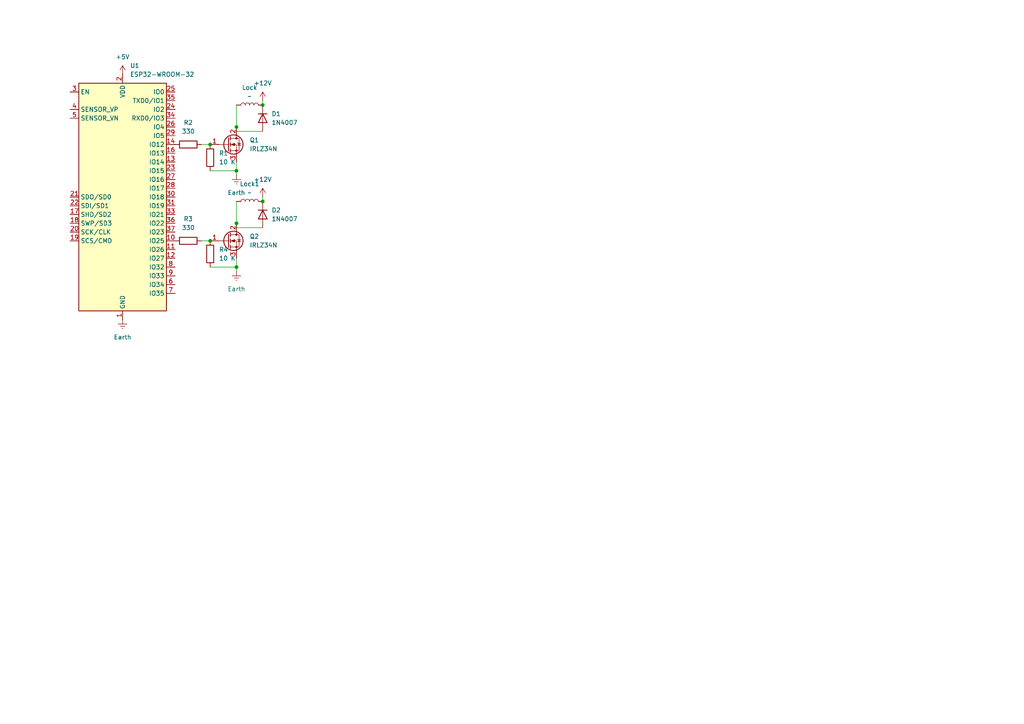
<source format=kicad_sch>
(kicad_sch (version 20250114) (generator "eeschema") (generator_version "9.0")
  (paper "A4")
  (lib_symbols
    (symbol "Device:L" (pin_numbers (hide yes)) (pin_names (offset 1.016) (hide yes))
      (property "Reference" "L" (at -1.27 0 90))
      (property "Value" "L" (at 1.905 0 90))
      (symbol "L_0_1"
        (arc (start 0 2.54) (mid 0.6323 1.905) (end 0 1.27))
        (arc (start 0 1.27) (mid 0.6323 0.635) (end 0 0))
        (arc (start 0 0) (mid 0.6323 -0.635) (end 0 -1.27))
        (arc (start 0 -1.27) (mid 0.6323 -1.905) (end 0 -2.54))
      )
      (symbol "L_1_1"
        (pin passive line (at 0 3.81 270) (length 1.27) (name "1") (number "1"))
        (pin passive line (at 0 -3.81 90) (length 1.27) (name "2") (number "2"))
      )
    )
    (symbol "Device:R" (pin_numbers (hide yes)) (pin_names (offset 0))
      (property "Reference" "R1" (at 2.54 1.2701 0))
      (property "Value" "10 K" (at 2.54 -1.2699 0))
      (symbol "R_0_1"
        (rectangle (start -1.016 -2.54) (end 1.016 2.54) (stroke (width 0.254)))
      )
      (symbol "R_1_1"
        (pin passive line (at 0 3.81 270) (length 1.27) (name "~") (number "1"))
        (pin passive line (at 0 -3.81 90) (length 1.27) (name "~") (number "2"))
      )
    )
    (symbol "Diode:1N4007" (pin_numbers (hide yes)) (pin_names (hide yes))
      (property "Reference" "D" (at 0 2.54 0))
      (property "Value" "1N4007" (at 0 -2.54 0))
      (symbol "1N4007_0_1"
        (polyline (pts (xy -1.27 1.27) (xy -1.27 -1.27)) (stroke (width 0.254)))
        (polyline (pts (xy 1.27 1.27) (xy 1.27 -1.27) (xy -1.27 0) (xy 1.27 1.27)) (stroke (width 0.254)))
        (polyline (pts (xy 1.27 0) (xy -1.27 0)))
      )
      (symbol "1N4007_1_1"
        (pin passive line (at -3.81 0 0) (length 2.54) (name "K") (number "1"))
        (pin passive line (at 3.81 0 180) (length 2.54) (name "A") (number "2"))
      )
    )
    (symbol "RF_Module:ESP32-WROOM-32"
      (property "Reference" "U" (at -12.7 34.29 0))
      (property "Value" "ESP32-WROOM-32" (at 1.27 34.29 0))
      (symbol "ESP32-WROOM-32_0_1"
        (rectangle (start -12.7 33.02) (end 12.7 -33.02) (stroke (width 0.254)) (fill (type background)))
      )
      (symbol "ESP32-WROOM-32_1_1"
        (pin input line (at -15.24 30.48 0) (length 2.54) (name "EN") (number "3"))
        (pin input line (at -15.24 25.4 0) (length 2.54) (name "SENSOR_VP") (number "4"))
        (pin input line (at -15.24 22.86 0) (length 2.54) (name "SENSOR_VN") (number "5"))
        (pin bidirectional line (at -15.24 0 0) (length 2.54) (name "SDO/SD0") (number "21"))
        (pin bidirectional line (at -15.24 -2.54 0) (length 2.54) (name "SDI/SD1") (number "22"))
        (pin bidirectional line (at -15.24 -5.08 0) (length 2.54) (name "SHD/SD2") (number "17"))
        (pin bidirectional line (at -15.24 -7.62 0) (length 2.54) (name "SWP/SD3") (number "18"))
        (pin bidirectional line (at -15.24 -10.16 0) (length 2.54) (name "SCK/CLK") (number "20"))
        (pin bidirectional line (at -15.24 -12.7 0) (length 2.54) (name "SCS/CMD") (number "19"))
        (pin no_connect line (at -12.7 -27.94 0) (length 2.54) (hide yes) (name "NC") (number "32"))
        (pin power_in line (at 0 35.56 270) (length 2.54) (name "VDD") (number "2"))
        (pin power_in line (at 0 -35.56 90) (length 2.54) (name "GND") (number "1"))
        (pin passive line (at 0 -35.56 90) (length 2.54) (hide yes) (name "GND") (number "15"))
        (pin passive line (at 0 -35.56 90) (length 2.54) (hide yes) (name "GND") (number "38"))
        (pin passive line (at 0 -35.56 90) (length 2.54) (hide yes) (name "GND") (number "39"))
        (pin bidirectional line (at 15.24 30.48 180) (length 2.54) (name "IO0") (number "25"))
        (pin bidirectional line (at 15.24 27.94 180) (length 2.54) (name "TXD0/IO1") (number "35"))
        (pin bidirectional line (at 15.24 25.4 180) (length 2.54) (name "IO2") (number "24"))
        (pin bidirectional line (at 15.24 22.86 180) (length 2.54) (name "RXD0/IO3") (number "34"))
        (pin bidirectional line (at 15.24 20.32 180) (length 2.54) (name "IO4") (number "26"))
        (pin bidirectional line (at 15.24 17.78 180) (length 2.54) (name "IO5") (number "29"))
        (pin bidirectional line (at 15.24 15.24 180) (length 2.54) (name "IO12") (number "14"))
        (pin bidirectional line (at 15.24 12.7 180) (length 2.54) (name "IO13") (number "16"))
        (pin bidirectional line (at 15.24 10.16 180) (length 2.54) (name "IO14") (number "13"))
        (pin bidirectional line (at 15.24 7.62 180) (length 2.54) (name "IO15") (number "23"))
        (pin bidirectional line (at 15.24 5.08 180) (length 2.54) (name "IO16") (number "27"))
        (pin bidirectional line (at 15.24 2.54 180) (length 2.54) (name "IO17") (number "28"))
        (pin bidirectional line (at 15.24 0 180) (length 2.54) (name "IO18") (number "30"))
        (pin bidirectional line (at 15.24 -2.54 180) (length 2.54) (name "IO19") (number "31"))
        (pin bidirectional line (at 15.24 -5.08 180) (length 2.54) (name "IO21") (number "33"))
        (pin bidirectional line (at 15.24 -7.62 180) (length 2.54) (name "IO22") (number "36"))
        (pin bidirectional line (at 15.24 -10.16 180) (length 2.54) (name "IO23") (number "37"))
        (pin bidirectional line (at 15.24 -12.7 180) (length 2.54) (name "IO25") (number "10"))
        (pin bidirectional line (at 15.24 -15.24 180) (length 2.54) (name "IO26") (number "11"))
        (pin bidirectional line (at 15.24 -17.78 180) (length 2.54) (name "IO27") (number "12"))
        (pin bidirectional line (at 15.24 -20.32 180) (length 2.54) (name "IO32") (number "8"))
        (pin bidirectional line (at 15.24 -22.86 180) (length 2.54) (name "IO33") (number "9"))
        (pin input line (at 15.24 -25.4 180) (length 2.54) (name "IO34") (number "6"))
        (pin input line (at 15.24 -27.94 180) (length 2.54) (name "IO35") (number "7"))
      )
    )
    (symbol "R_1" (pin_numbers (hide yes)) (pin_names (offset 0))
      (property "Reference" "R2" (at 6.35 0 90))
      (property "Value" "330" (at 3.81 0 90))
      (symbol "R_1_0_1"
        (rectangle (start -1.016 -2.54) (end 1.016 2.54) (stroke (width 0.254)))
      )
      (symbol "R_1_1_1"
        (pin passive line (at 0 3.81 270) (length 1.27) (name "~") (number "1"))
        (pin passive line (at 0 -3.81 90) (length 1.27) (name "~") (number "2"))
      )
    )
    (symbol "Transistor_FET:IRLZ34N" (pin_names (hide yes))
      (property "Reference" "Q" (at 5.08 1.905 0))
      (property "Value" "IRLZ34N" (at 5.08 0 0))
      (symbol "IRLZ34N_0_1"
        (polyline (pts (xy 0.254 1.905) (xy 0.254 -1.905)) (stroke (width 0.254)))
        (polyline (pts (xy 0.254 0) (xy -2.54 0)))
        (polyline (pts (xy 0.762 2.286) (xy 0.762 1.27)) (stroke (width 0.254)))
        (polyline (pts (xy 0.762 0.508) (xy 0.762 -0.508)) (stroke (width 0.254)))
        (polyline (pts (xy 0.762 -1.27) (xy 0.762 -2.286)) (stroke (width 0.254)))
        (polyline (pts (xy 0.762 -1.778) (xy 3.302 -1.778) (xy 3.302 1.778) (xy 0.762 1.778)))
        (polyline (pts (xy 1.016 0) (xy 2.032 0.381) (xy 2.032 -0.381) (xy 1.016 0)) (fill (type outline)))
        (circle (center 1.651 0) (radius 2.794) (stroke (width 0.254)))
        (polyline (pts (xy 2.54 2.54) (xy 2.54 1.778)))
        (circle (center 2.54 1.778) (radius 0.254) (fill (type outline)))
        (circle (center 2.54 -1.778) (radius 0.254) (fill (type outline)))
        (polyline (pts (xy 2.54 -2.54) (xy 2.54 0) (xy 0.762 0)))
        (polyline (pts (xy 2.794 0.508) (xy 2.921 0.381) (xy 3.683 0.381) (xy 3.81 0.254)))
        (polyline (pts (xy 3.302 0.381) (xy 2.921 -0.254) (xy 3.683 -0.254) (xy 3.302 0.381)))
      )
      (symbol "IRLZ34N_1_1"
        (pin input line (at -5.08 0 0) (length 2.54) (name "G") (number "1"))
        (pin passive line (at 2.54 5.08 270) (length 2.54) (name "D") (number "2"))
        (pin passive line (at 2.54 -5.08 90) (length 2.54) (name "S") (number "3"))
      )
    )
    (symbol "power:+12V" (power) (pin_numbers (hide yes)) (pin_names (offset 0) (hide yes))
      (property "Value" "+12V" (at 0 3.556 0))
      (symbol "+12V_0_1"
        (polyline (pts (xy -0.762 1.27) (xy 0 2.54)))
        (polyline (pts (xy 0 2.54) (xy 0.762 1.27)))
        (polyline (pts (xy 0 0) (xy 0 2.54)))
      )
      (symbol "+12V_1_1"
        (pin power_in line (at 0 0 90) (length 0) (name "~") (number "1"))
      )
    )
    (symbol "power:Earth" (power) (pin_numbers (hide yes)) (pin_names (offset 0) (hide yes))
      (property "Value" "Earth" (at 0 -3.81 0))
      (symbol "Earth_0_1"
        (polyline (pts (xy -0.635 -1.905) (xy 0.635 -1.905)))
        (polyline (pts (xy -0.127 -2.54) (xy 0.127 -2.54)))
        (polyline (pts (xy 0 -1.27) (xy 0 0)))
        (polyline (pts (xy 1.27 -1.27) (xy -1.27 -1.27)))
      )
      (symbol "Earth_1_1"
        (pin power_in line (at 0 0 270) (length 0) (name "~") (number "1"))
      )
    )
  )
  (junction (at 60.96 69.85))
  (junction (at 68.58 77.47))
  (junction (at 68.58 64.77))
  (junction (at 60.96 41.91))
  (junction (at 76.2 58.42))
  (junction (at 76.2 30.48))
  (junction (at 68.58 36.83))
  (junction (at 68.58 49.53))
  (wire (pts (xy 60.96 77.47) (xy 68.58 77.47)))
  (wire (pts (xy 68.58 36.83) (xy 68.58 30.48)))
  (wire (pts (xy 60.96 49.53) (xy 68.58 49.53)))
  (wire (pts (xy 76.2 57.15) (xy 76.2 58.42)))
  (wire (pts (xy 68.58 46.99) (xy 68.58 49.53)))
  (wire (pts (xy 68.58 38.1) (xy 68.58 36.83)))
  (wire (pts (xy 58.42 69.85) (xy 60.96 69.85)))
  (wire (pts (xy 58.42 41.91) (xy 60.96 41.91)))
  (wire (pts (xy 68.58 74.93) (xy 68.58 77.47)))
  (wire (pts (xy 68.58 77.47) (xy 68.58 78.74)))
  (wire (pts (xy 68.58 64.77) (xy 68.58 58.42)))
  (wire (pts (xy 68.58 66.04) (xy 68.58 64.77)))
  (wire (pts (xy 68.58 66.04) (xy 76.2 66.04)))
  (wire (pts (xy 68.58 38.1) (xy 76.2 38.1)))
  (wire (pts (xy 76.2 29.21) (xy 76.2 30.48)))
  (wire (pts (xy 68.58 49.53) (xy 68.58 50.8)))
  (symbol (lib_id "power:+12V") (at 76.2 29.21 0) (unit 1)
    (property "Reference" "#PWR02" (effects (hide yes)))
    (property "Value" "+12V" (at 76.2 24.13 0))
    (property "Description" "Power symbol creates a global label with name \"+12V\"" (effects (hide yes)))
  )
  (symbol (lib_id "Transistor_FET:IRLZ34N") (at 66.04 69.85 0) (unit 1)
    (property "Reference" "Q2" (at 72.39 68.5799 0) (effects (justify left)))
    (property "Value" "IRLZ34N" (at 72.39 71.1199 0) (effects (justify left)))
    (property "Footprint" "Package_TO_SOT_THT:TO-220-3_Vertical" (effects (hide yes)))
    (property "Datasheet" "http://www.infineon.com/dgdl/irlz34npbf.pdf?fileId=5546d462533600a40153567206892720" (effects (hide yes)))
    (property "Description" "30A Id, 55V Vds, 35mOhm Rds, N-Channel HEXFET Power MOSFET, TO-220AB" (effects (hide yes)))
  )
  (symbol (lib_id "Device:L") (at 72.39 58.42 90) (unit 1)
    (property "Reference" "Lock1" (at 72.39 53.34 90))
    (property "Value" "~" (at 72.39 55.88 90))
    (property "Description" "Inductor" (effects (hide yes)))
  )
  (symbol (lib_id "power:Earth") (at 68.58 78.74 0) (unit 1)
    (property "Reference" "#PWR03" (effects (hide yes)))
    (property "Value" "Earth" (at 68.58 83.82 0))
    (property "Description" "Power symbol creates a global label with name \"Earth\"" (effects (hide yes)))
  )
  (symbol (lib_id "Device:R") (at 60.96 73.66 0) (unit 1)
    (property "Reference" "R4" (at 63.5 72.3899 0) (effects (justify left)))
    (property "Value" "10 K" (at 63.5 74.9299 0) (effects (justify left)))
    (property "Description" "Resistor" (effects (hide yes)))
  )
  (symbol (lib_id "Diode:1N4007") (at 76.2 62.23 270) (unit 1)
    (property "Reference" "D2" (at 78.74 60.9599 90) (effects (justify left)))
    (property "Value" "1N4007" (at 78.74 63.4999 90) (effects (justify left)))
    (property "Footprint" "Diode_THT:D_DO-41_SOD81_P10.16mm_Horizontal" (effects (hide yes)))
    (property "Datasheet" "http://www.vishay.com/docs/88503/1n4001.pdf" (effects (hide yes)))
    (property "Description" "1000V 1A General Purpose Rectifier Diode, DO-41" (effects (hide yes)))
    (property "Sim.Device" "D" (effects (hide yes)))
    (property "Sim.Pins" "1=K 2=A" (effects (hide yes)))
  )
  (symbol (lib_id "power:Earth") (at 68.58 50.8 0) (unit 1)
    (property "Reference" "#PWR01" (effects (hide yes)))
    (property "Value" "Earth" (at 68.58 55.88 0))
    (property "Description" "Power symbol creates a global label with name \"Earth\"" (effects (hide yes)))
  )
  (symbol (lib_id "power:+12V") (at 76.2 57.15 0) (unit 1)
    (property "Reference" "#PWR06" (effects (hide yes)))
    (property "Value" "+12V" (at 76.2 52.07 0))
    (property "Description" "Power symbol creates a global label with name \"+12V\"" (effects (hide yes)))
  )
  (symbol (lib_name "R_1") (lib_id "Device:R") (at 54.61 41.91 90) (unit 1)
    (property "Reference" "R2" (at 54.61 35.56 90))
    (property "Value" "330" (at 54.61 38.1 90))
    (property "Description" "Resistor" (effects (hide yes)))
  )
  (symbol (lib_id "Transistor_FET:IRLZ34N") (at 66.04 41.91 0) (unit 1)
    (property "Reference" "Q1" (at 72.39 40.6399 0) (effects (justify left)))
    (property "Value" "IRLZ34N" (at 72.39 43.1799 0) (effects (justify left)))
    (property "Footprint" "Package_TO_SOT_THT:TO-220-3_Vertical" (effects (hide yes)))
    (property "Datasheet" "http://www.infineon.com/dgdl/irlz34npbf.pdf?fileId=5546d462533600a40153567206892720" (effects (hide yes)))
    (property "Description" "30A Id, 55V Vds, 35mOhm Rds, N-Channel HEXFET Power MOSFET, TO-220AB" (effects (hide yes)))
  )
  (symbol (lib_id "Device:L") (at 72.39 30.48 90) (unit 1)
    (property "Reference" "Lock" (at 72.39 25.4 90))
    (property "Value" "~" (at 72.39 27.94 90))
    (property "Description" "Inductor" (effects (hide yes)))
  )
  (symbol (lib_id "Device:R") (at 60.96 45.72 0) (unit 1)
    (property "Reference" "R1" (at 63.5 44.4499 0) (effects (justify left)))
    (property "Value" "10 K" (at 63.5 46.9899 0) (effects (justify left)))
    (property "Description" "Resistor" (effects (hide yes)))
  )
  (symbol (lib_name "R_1") (lib_id "Device:R") (at 54.61 69.85 90) (unit 1)
    (property "Reference" "R3" (at 54.61 63.5 90))
    (property "Value" "330" (at 54.61 66.04 90))
    (property "Description" "Resistor" (effects (hide yes)))
  )
  (symbol (lib_id "power:+12V") (at 35.56 21.59 0) (unit 1)
    (property "Reference" "#PWR04" (effects (hide yes)))
    (property "Value" "+5V" (at 35.56 16.51 0))
    (property "Description" "Power symbol creates a global label with name \"+12V\"" (effects (hide yes)))
  )
  (symbol (lib_id "Diode:1N4007") (at 76.2 34.29 270) (unit 1)
    (property "Reference" "D1" (at 78.74 33.0199 90) (effects (justify left)))
    (property "Value" "1N4007" (at 78.74 35.5599 90) (effects (justify left)))
    (property "Footprint" "Diode_THT:D_DO-41_SOD81_P10.16mm_Horizontal" (effects (hide yes)))
    (property "Datasheet" "http://www.vishay.com/docs/88503/1n4001.pdf" (effects (hide yes)))
    (property "Description" "1000V 1A General Purpose Rectifier Diode, DO-41" (effects (hide yes)))
    (property "Sim.Device" "D" (effects (hide yes)))
    (property "Sim.Pins" "1=K 2=A" (effects (hide yes)))
  )
  (symbol (lib_id "power:Earth") (at 35.56 92.71 0) (unit 1)
    (property "Reference" "#PWR05" (effects (hide yes)))
    (property "Value" "Earth" (at 35.56 97.79 0))
    (property "Description" "Power symbol creates a global label with name \"Earth\"" (effects (hide yes)))
  )
  (symbol (lib_id "RF_Module:ESP32-WROOM-32") (at 35.56 57.15 0) (unit 1)
    (property "Reference" "U1" (at 37.7033 19.05 0) (effects (justify left)))
    (property "Value" "ESP32-WROOM-32" (at 37.7033 21.59 0) (effects (justify left)))
    (property "Footprint" "RF_Module:ESP32-WROOM-32" (effects (hide yes)))
    (property "Datasheet" "https://www.espressif.com/sites/default/files/documentation/esp32-wroom-32_datasheet_en.pdf" (effects (hide yes)))
    (property "Description" "RF Module, ESP32-D0WDQ6 SoC, Wi-Fi 802.11b/g/n, Bluetooth, BLE, 32-bit, 2.7-3.6V, onboard antenna, SMD" (effects (hide yes)))
  )
)
</source>
